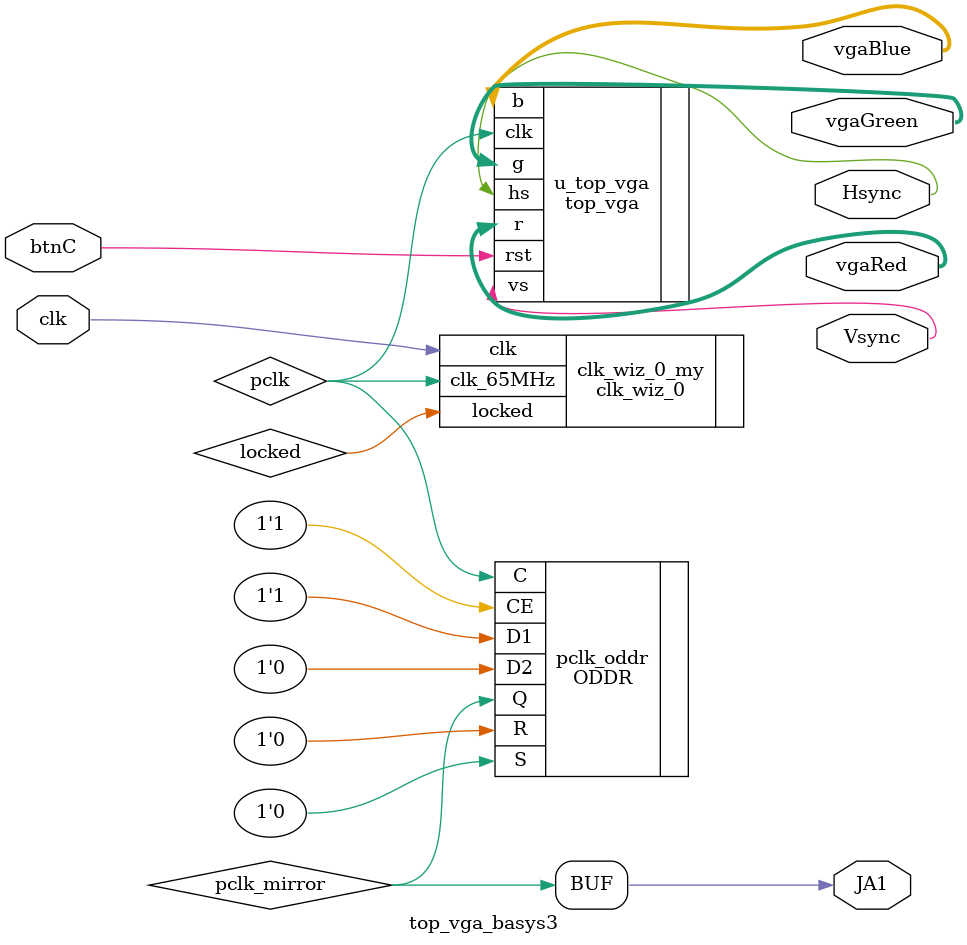
<source format=sv>

`timescale 1 ns / 1 ps

module top_vga_basys3 (
    input  wire clk,
    input  wire btnC,
    output wire Vsync,
    output wire Hsync,
    output wire [3:0] vgaRed,
    output wire [3:0] vgaGreen,
    output wire [3:0] vgaBlue,
    output wire JA1
);



//Local variables and signals


wire pclk;
wire locked;
wire pclk_mirror;



//Signals assignments


assign JA1 = pclk_mirror;



//FPGA submodules placement

clk_wiz_0  clk_wiz_0_my(
    .clk(clk),
    .clk_65MHz(pclk),
    .locked(locked)
 );


ODDR pclk_oddr (
    .Q(pclk_mirror),
    .C(pclk),
    .CE(1'b1),
    .D1(1'b1),
    .D2(1'b0),
    .R(1'b0),
    .S(1'b0)
);



//Project functional top module
 

top_vga u_top_vga (
    .clk(pclk),
    .rst(btnC),
    .r(vgaRed),
    .g(vgaGreen),
    .b(vgaBlue),
    .hs(Hsync),
    .vs(Vsync)
);

endmodule

</source>
